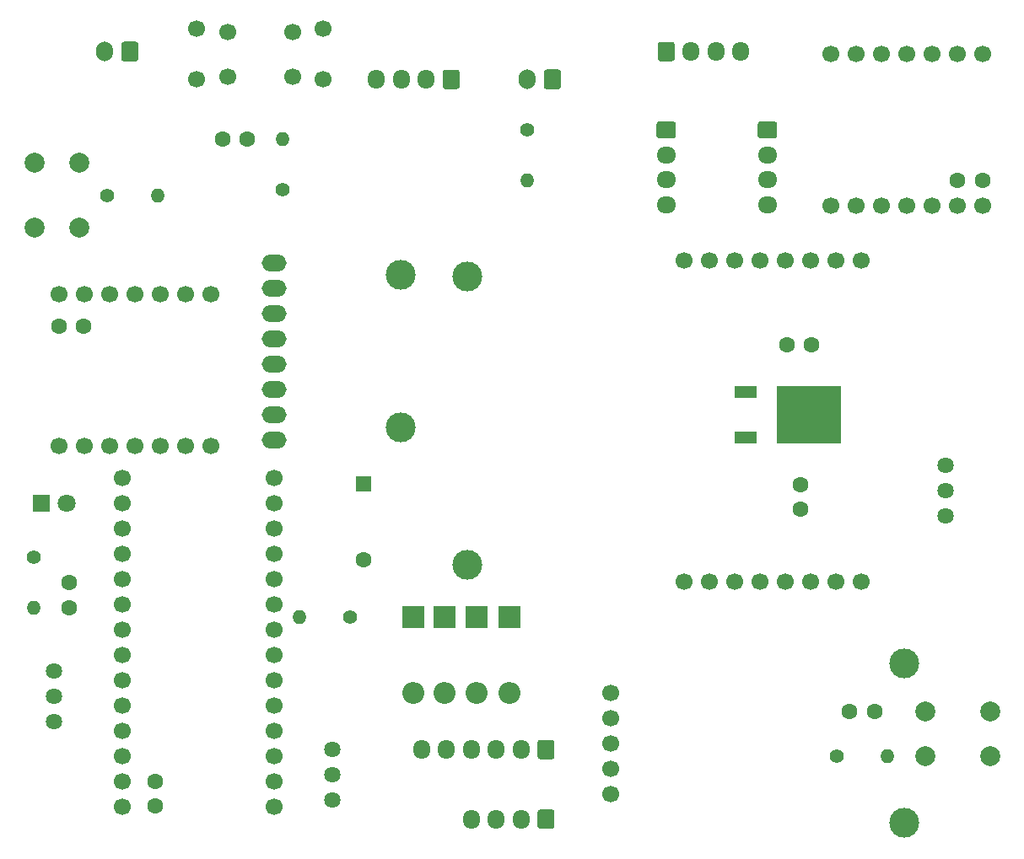
<source format=gbr>
%TF.GenerationSoftware,KiCad,Pcbnew,(5.1.10)-1*%
%TF.CreationDate,2021-11-09T22:17:37+09:00*%
%TF.ProjectId,Heracles.main,48657261-636c-4657-932e-6d61696e2e6b,rev?*%
%TF.SameCoordinates,Original*%
%TF.FileFunction,Soldermask,Top*%
%TF.FilePolarity,Negative*%
%FSLAX46Y46*%
G04 Gerber Fmt 4.6, Leading zero omitted, Abs format (unit mm)*
G04 Created by KiCad (PCBNEW (5.1.10)-1) date 2021-11-09 22:17:37*
%MOMM*%
%LPD*%
G01*
G04 APERTURE LIST*
%ADD10C,1.700000*%
%ADD11O,2.500000X1.700000*%
%ADD12C,3.000000*%
%ADD13C,1.600000*%
%ADD14R,1.600000X1.600000*%
%ADD15O,2.200000X2.200000*%
%ADD16R,2.200000X2.200000*%
%ADD17O,1.700000X1.950000*%
%ADD18R,6.400000X5.800000*%
%ADD19R,2.200000X1.200000*%
%ADD20C,1.635000*%
%ADD21C,2.000000*%
%ADD22O,1.400000X1.400000*%
%ADD23C,1.400000*%
%ADD24O,1.700000X2.000000*%
%ADD25O,1.950000X1.700000*%
%ADD26C,1.800000*%
%ADD27R,1.800000X1.800000*%
G04 APERTURE END LIST*
D10*
%TO.C,SW6*%
X113967000Y-59345000D03*
X113967000Y-63845000D03*
X120467000Y-59345000D03*
X120467000Y-63845000D03*
X110867000Y-64135000D03*
X110867000Y-59055000D03*
X123567000Y-59055000D03*
X123567000Y-64135000D03*
%TD*%
D11*
%TO.C,U1*%
X118614000Y-82550000D03*
X118614000Y-85090000D03*
X118614000Y-87630000D03*
X118614000Y-90170000D03*
X118614000Y-92710000D03*
X118614000Y-95250000D03*
X118614000Y-97790000D03*
X118614000Y-100330000D03*
D12*
X131354000Y-99100000D03*
X131354000Y-83780000D03*
%TD*%
D10*
%TO.C,U6*%
X103374000Y-137160000D03*
X103374000Y-134620000D03*
X103374000Y-132080000D03*
X103374000Y-129540000D03*
X103374000Y-127000000D03*
X103374000Y-124460000D03*
X103374000Y-121920000D03*
X103374000Y-119380000D03*
X103374000Y-116840000D03*
X103374000Y-114300000D03*
X103374000Y-111760000D03*
X103374000Y-109220000D03*
X103374000Y-106680000D03*
X103374000Y-104140000D03*
X118614000Y-104140000D03*
X118614000Y-106680000D03*
X118614000Y-109220000D03*
X118614000Y-111760000D03*
X118614000Y-114300000D03*
X118614000Y-116840000D03*
X118614000Y-119380000D03*
X118614000Y-121920000D03*
X118614000Y-124460000D03*
X118614000Y-127000000D03*
X118614000Y-129540000D03*
X118614000Y-132080000D03*
X118614000Y-134620000D03*
X118614000Y-137160000D03*
%TD*%
D13*
%TO.C,BZ1*%
X127635000Y-112375000D03*
D14*
X127635000Y-104775000D03*
%TD*%
D15*
%TO.C,D5*%
X142240000Y-125730000D03*
D16*
X142240000Y-118110000D03*
%TD*%
D15*
%TO.C,D4*%
X138934000Y-125730000D03*
D16*
X138934000Y-118110000D03*
%TD*%
D15*
%TO.C,D3*%
X135759000Y-125730000D03*
D16*
X135759000Y-118110000D03*
%TD*%
D15*
%TO.C,D2*%
X132584000Y-125730000D03*
D16*
X132584000Y-118110000D03*
%TD*%
D10*
%TO.C,U5*%
X159763000Y-114549000D03*
X162303000Y-114549000D03*
X164843000Y-114549000D03*
X167383000Y-114549000D03*
X169923000Y-114549000D03*
X172463000Y-114549000D03*
X175003000Y-114549000D03*
X177543000Y-114549000D03*
X159763000Y-82291000D03*
X162303000Y-82291000D03*
X164843000Y-82291000D03*
X167383000Y-82291000D03*
X169923000Y-82291000D03*
X172463000Y-82291000D03*
X175003000Y-82291000D03*
X177543000Y-82291000D03*
D12*
X138046000Y-83942000D03*
X138046000Y-112898000D03*
%TD*%
D17*
%TO.C,J8*%
X133419000Y-131445000D03*
X135919000Y-131445000D03*
X138419000Y-131445000D03*
X140919000Y-131445000D03*
X143419000Y-131445000D03*
G36*
G01*
X146769000Y-130720000D02*
X146769000Y-132170000D01*
G75*
G02*
X146519000Y-132420000I-250000J0D01*
G01*
X145319000Y-132420000D01*
G75*
G02*
X145069000Y-132170000I0J250000D01*
G01*
X145069000Y-130720000D01*
G75*
G02*
X145319000Y-130470000I250000J0D01*
G01*
X146519000Y-130470000D01*
G75*
G02*
X146769000Y-130720000I0J-250000D01*
G01*
G37*
%TD*%
D18*
%TO.C,U4*%
X172280000Y-97790000D03*
D19*
X165980000Y-100070000D03*
X165980000Y-95510000D03*
%TD*%
D10*
%TO.C,U3*%
X189734000Y-76835000D03*
X187194000Y-76835000D03*
X184654000Y-76835000D03*
X182114000Y-76835000D03*
X179574000Y-76835000D03*
X177034000Y-76835000D03*
X174494000Y-76835000D03*
X174494000Y-61595000D03*
X177034000Y-61595000D03*
X179574000Y-61595000D03*
X182114000Y-61595000D03*
X184654000Y-61595000D03*
X187194000Y-61595000D03*
X189734000Y-61595000D03*
%TD*%
%TO.C,U2*%
X97024000Y-85725000D03*
X99564000Y-85725000D03*
X102104000Y-85725000D03*
X104644000Y-85725000D03*
X107184000Y-85725000D03*
X109724000Y-85725000D03*
X112264000Y-85725000D03*
X112264000Y-100965000D03*
X109724000Y-100965000D03*
X107184000Y-100965000D03*
X104644000Y-100965000D03*
X102104000Y-100965000D03*
X99564000Y-100965000D03*
X97024000Y-100965000D03*
%TD*%
D20*
%TO.C,SW7*%
X96516000Y-128651000D03*
X96516000Y-126111000D03*
X96516000Y-123571000D03*
%TD*%
D21*
%TO.C,SW5*%
X184000000Y-132080000D03*
X184000000Y-127580000D03*
X190500000Y-132080000D03*
X190500000Y-127580000D03*
%TD*%
D20*
%TO.C,SW3*%
X186055000Y-102870000D03*
X186055000Y-105410000D03*
X186055000Y-107950000D03*
%TD*%
%TO.C,SW2*%
X124460000Y-136525000D03*
X124460000Y-133985000D03*
X124460000Y-131445000D03*
%TD*%
D21*
%TO.C,SW1*%
X99056000Y-79017000D03*
X94556000Y-79017000D03*
X99056000Y-72517000D03*
X94556000Y-72517000D03*
%TD*%
D22*
%TO.C,R6*%
X144014000Y-74295000D03*
D23*
X144014000Y-69215000D03*
%TD*%
%TO.C,R5*%
X126234000Y-118110000D03*
D22*
X121154000Y-118110000D03*
%TD*%
%TO.C,R4*%
X94484000Y-117221000D03*
D23*
X94484000Y-112141000D03*
%TD*%
D22*
%TO.C,R3*%
X119503000Y-70104000D03*
D23*
X119503000Y-75184000D03*
%TD*%
D22*
%TO.C,R2*%
X180209000Y-132080000D03*
D23*
X175129000Y-132080000D03*
%TD*%
D22*
%TO.C,R1*%
X106930000Y-75819000D03*
D23*
X101850000Y-75819000D03*
%TD*%
D24*
%TO.C,J9*%
X144054000Y-64135000D03*
G36*
G01*
X147404000Y-63385000D02*
X147404000Y-64885000D01*
G75*
G02*
X147154000Y-65135000I-250000J0D01*
G01*
X145954000Y-65135000D01*
G75*
G02*
X145704000Y-64885000I0J250000D01*
G01*
X145704000Y-63385000D01*
G75*
G02*
X145954000Y-63135000I250000J0D01*
G01*
X147154000Y-63135000D01*
G75*
G02*
X147404000Y-63385000I0J-250000D01*
G01*
G37*
%TD*%
D10*
%TO.C,J7*%
X152400000Y-135890000D03*
X152400000Y-133350000D03*
X152400000Y-130810000D03*
X152400000Y-128270000D03*
X152400000Y-125730000D03*
D12*
X181860000Y-122810000D03*
X181860000Y-138810000D03*
%TD*%
%TO.C,J6*%
G36*
G01*
X104986000Y-60591000D02*
X104986000Y-62091000D01*
G75*
G02*
X104736000Y-62341000I-250000J0D01*
G01*
X103536000Y-62341000D01*
G75*
G02*
X103286000Y-62091000I0J250000D01*
G01*
X103286000Y-60591000D01*
G75*
G02*
X103536000Y-60341000I250000J0D01*
G01*
X104736000Y-60341000D01*
G75*
G02*
X104986000Y-60591000I0J-250000D01*
G01*
G37*
D24*
X101636000Y-61341000D03*
%TD*%
D17*
%TO.C,J5*%
X128894000Y-64135000D03*
X131394000Y-64135000D03*
X133894000Y-64135000D03*
G36*
G01*
X137244000Y-63410000D02*
X137244000Y-64860000D01*
G75*
G02*
X136994000Y-65110000I-250000J0D01*
G01*
X135794000Y-65110000D01*
G75*
G02*
X135544000Y-64860000I0J250000D01*
G01*
X135544000Y-63410000D01*
G75*
G02*
X135794000Y-63160000I250000J0D01*
G01*
X136994000Y-63160000D01*
G75*
G02*
X137244000Y-63410000I0J-250000D01*
G01*
G37*
%TD*%
D25*
%TO.C,J4*%
X168144000Y-76715000D03*
X168144000Y-74215000D03*
X168144000Y-71715000D03*
G36*
G01*
X167419000Y-68365000D02*
X168869000Y-68365000D01*
G75*
G02*
X169119000Y-68615000I0J-250000D01*
G01*
X169119000Y-69815000D01*
G75*
G02*
X168869000Y-70065000I-250000J0D01*
G01*
X167419000Y-70065000D01*
G75*
G02*
X167169000Y-69815000I0J250000D01*
G01*
X167169000Y-68615000D01*
G75*
G02*
X167419000Y-68365000I250000J0D01*
G01*
G37*
%TD*%
%TO.C,J3*%
X157984000Y-76715000D03*
X157984000Y-74215000D03*
X157984000Y-71715000D03*
G36*
G01*
X157259000Y-68365000D02*
X158709000Y-68365000D01*
G75*
G02*
X158959000Y-68615000I0J-250000D01*
G01*
X158959000Y-69815000D01*
G75*
G02*
X158709000Y-70065000I-250000J0D01*
G01*
X157259000Y-70065000D01*
G75*
G02*
X157009000Y-69815000I0J250000D01*
G01*
X157009000Y-68615000D01*
G75*
G02*
X157259000Y-68365000I250000J0D01*
G01*
G37*
%TD*%
D17*
%TO.C,J2*%
X165484000Y-61341000D03*
X162984000Y-61341000D03*
X160484000Y-61341000D03*
G36*
G01*
X157134000Y-62066000D02*
X157134000Y-60616000D01*
G75*
G02*
X157384000Y-60366000I250000J0D01*
G01*
X158584000Y-60366000D01*
G75*
G02*
X158834000Y-60616000I0J-250000D01*
G01*
X158834000Y-62066000D01*
G75*
G02*
X158584000Y-62316000I-250000J0D01*
G01*
X157384000Y-62316000D01*
G75*
G02*
X157134000Y-62066000I0J250000D01*
G01*
G37*
%TD*%
%TO.C,J1*%
X138419000Y-138430000D03*
X140919000Y-138430000D03*
X143419000Y-138430000D03*
G36*
G01*
X146769000Y-137705000D02*
X146769000Y-139155000D01*
G75*
G02*
X146519000Y-139405000I-250000J0D01*
G01*
X145319000Y-139405000D01*
G75*
G02*
X145069000Y-139155000I0J250000D01*
G01*
X145069000Y-137705000D01*
G75*
G02*
X145319000Y-137455000I250000J0D01*
G01*
X146519000Y-137455000D01*
G75*
G02*
X146769000Y-137705000I0J-250000D01*
G01*
G37*
%TD*%
D26*
%TO.C,D1*%
X97790000Y-106680000D03*
D27*
X95250000Y-106680000D03*
%TD*%
D13*
%TO.C,C8*%
X98040000Y-117181000D03*
X98040000Y-114681000D03*
%TD*%
%TO.C,C7*%
X113447000Y-70104000D03*
X115947000Y-70104000D03*
%TD*%
%TO.C,C6*%
X106680000Y-137120000D03*
X106680000Y-134620000D03*
%TD*%
%TO.C,C5*%
X187234000Y-74295000D03*
X189734000Y-74295000D03*
%TD*%
%TO.C,C4*%
X99524000Y-88900000D03*
X97024000Y-88900000D03*
%TD*%
%TO.C,C3*%
X178899000Y-127635000D03*
X176399000Y-127635000D03*
%TD*%
%TO.C,C2*%
X172589000Y-90805000D03*
X170089000Y-90805000D03*
%TD*%
%TO.C,C1*%
X171450000Y-104815000D03*
X171450000Y-107315000D03*
%TD*%
M02*

</source>
